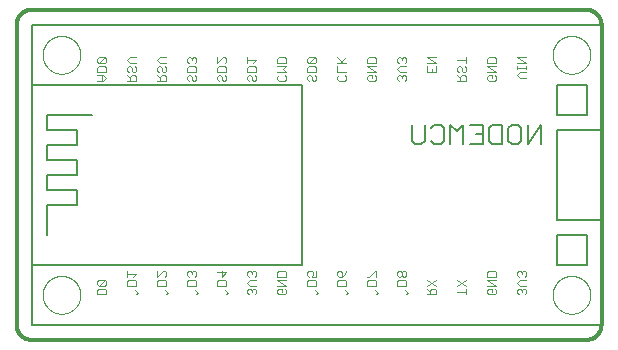
<source format=gbo>
G75*
%MOIN*%
%OFA0B0*%
%FSLAX25Y25*%
%IPPOS*%
%LPD*%
%AMOC8*
5,1,8,0,0,1.08239X$1,22.5*
%
%ADD10C,0.01200*%
%ADD11C,0.00800*%
%ADD12C,0.00000*%
%ADD13C,0.00300*%
%ADD14C,0.00600*%
D10*
X0032600Y0017600D02*
X0217600Y0017600D01*
X0217740Y0017602D01*
X0217880Y0017608D01*
X0218020Y0017618D01*
X0218160Y0017631D01*
X0218299Y0017649D01*
X0218438Y0017671D01*
X0218575Y0017696D01*
X0218713Y0017725D01*
X0218849Y0017758D01*
X0218984Y0017795D01*
X0219118Y0017836D01*
X0219251Y0017881D01*
X0219383Y0017929D01*
X0219513Y0017981D01*
X0219642Y0018036D01*
X0219769Y0018095D01*
X0219895Y0018158D01*
X0220019Y0018224D01*
X0220140Y0018293D01*
X0220260Y0018366D01*
X0220378Y0018443D01*
X0220493Y0018522D01*
X0220607Y0018605D01*
X0220717Y0018691D01*
X0220826Y0018780D01*
X0220932Y0018872D01*
X0221035Y0018967D01*
X0221136Y0019064D01*
X0221233Y0019165D01*
X0221328Y0019268D01*
X0221420Y0019374D01*
X0221509Y0019483D01*
X0221595Y0019593D01*
X0221678Y0019707D01*
X0221757Y0019822D01*
X0221834Y0019940D01*
X0221907Y0020060D01*
X0221976Y0020181D01*
X0222042Y0020305D01*
X0222105Y0020431D01*
X0222164Y0020558D01*
X0222219Y0020687D01*
X0222271Y0020817D01*
X0222319Y0020949D01*
X0222364Y0021082D01*
X0222405Y0021216D01*
X0222442Y0021351D01*
X0222475Y0021487D01*
X0222504Y0021625D01*
X0222529Y0021762D01*
X0222551Y0021901D01*
X0222569Y0022040D01*
X0222582Y0022180D01*
X0222592Y0022320D01*
X0222598Y0022460D01*
X0222600Y0022600D01*
X0222600Y0122600D01*
X0222598Y0122740D01*
X0222592Y0122880D01*
X0222582Y0123020D01*
X0222569Y0123160D01*
X0222551Y0123299D01*
X0222529Y0123438D01*
X0222504Y0123575D01*
X0222475Y0123713D01*
X0222442Y0123849D01*
X0222405Y0123984D01*
X0222364Y0124118D01*
X0222319Y0124251D01*
X0222271Y0124383D01*
X0222219Y0124513D01*
X0222164Y0124642D01*
X0222105Y0124769D01*
X0222042Y0124895D01*
X0221976Y0125019D01*
X0221907Y0125140D01*
X0221834Y0125260D01*
X0221757Y0125378D01*
X0221678Y0125493D01*
X0221595Y0125607D01*
X0221509Y0125717D01*
X0221420Y0125826D01*
X0221328Y0125932D01*
X0221233Y0126035D01*
X0221136Y0126136D01*
X0221035Y0126233D01*
X0220932Y0126328D01*
X0220826Y0126420D01*
X0220717Y0126509D01*
X0220607Y0126595D01*
X0220493Y0126678D01*
X0220378Y0126757D01*
X0220260Y0126834D01*
X0220140Y0126907D01*
X0220019Y0126976D01*
X0219895Y0127042D01*
X0219769Y0127105D01*
X0219642Y0127164D01*
X0219513Y0127219D01*
X0219383Y0127271D01*
X0219251Y0127319D01*
X0219118Y0127364D01*
X0218984Y0127405D01*
X0218849Y0127442D01*
X0218713Y0127475D01*
X0218575Y0127504D01*
X0218438Y0127529D01*
X0218299Y0127551D01*
X0218160Y0127569D01*
X0218020Y0127582D01*
X0217880Y0127592D01*
X0217740Y0127598D01*
X0217600Y0127600D01*
X0032600Y0127600D01*
X0032460Y0127598D01*
X0032320Y0127592D01*
X0032180Y0127582D01*
X0032040Y0127569D01*
X0031901Y0127551D01*
X0031762Y0127529D01*
X0031625Y0127504D01*
X0031487Y0127475D01*
X0031351Y0127442D01*
X0031216Y0127405D01*
X0031082Y0127364D01*
X0030949Y0127319D01*
X0030817Y0127271D01*
X0030687Y0127219D01*
X0030558Y0127164D01*
X0030431Y0127105D01*
X0030305Y0127042D01*
X0030181Y0126976D01*
X0030060Y0126907D01*
X0029940Y0126834D01*
X0029822Y0126757D01*
X0029707Y0126678D01*
X0029593Y0126595D01*
X0029483Y0126509D01*
X0029374Y0126420D01*
X0029268Y0126328D01*
X0029165Y0126233D01*
X0029064Y0126136D01*
X0028967Y0126035D01*
X0028872Y0125932D01*
X0028780Y0125826D01*
X0028691Y0125717D01*
X0028605Y0125607D01*
X0028522Y0125493D01*
X0028443Y0125378D01*
X0028366Y0125260D01*
X0028293Y0125140D01*
X0028224Y0125019D01*
X0028158Y0124895D01*
X0028095Y0124769D01*
X0028036Y0124642D01*
X0027981Y0124513D01*
X0027929Y0124383D01*
X0027881Y0124251D01*
X0027836Y0124118D01*
X0027795Y0123984D01*
X0027758Y0123849D01*
X0027725Y0123713D01*
X0027696Y0123575D01*
X0027671Y0123438D01*
X0027649Y0123299D01*
X0027631Y0123160D01*
X0027618Y0123020D01*
X0027608Y0122880D01*
X0027602Y0122740D01*
X0027600Y0122600D01*
X0027600Y0022600D01*
X0027602Y0022460D01*
X0027608Y0022320D01*
X0027618Y0022180D01*
X0027631Y0022040D01*
X0027649Y0021901D01*
X0027671Y0021762D01*
X0027696Y0021625D01*
X0027725Y0021487D01*
X0027758Y0021351D01*
X0027795Y0021216D01*
X0027836Y0021082D01*
X0027881Y0020949D01*
X0027929Y0020817D01*
X0027981Y0020687D01*
X0028036Y0020558D01*
X0028095Y0020431D01*
X0028158Y0020305D01*
X0028224Y0020181D01*
X0028293Y0020060D01*
X0028366Y0019940D01*
X0028443Y0019822D01*
X0028522Y0019707D01*
X0028605Y0019593D01*
X0028691Y0019483D01*
X0028780Y0019374D01*
X0028872Y0019268D01*
X0028967Y0019165D01*
X0029064Y0019064D01*
X0029165Y0018967D01*
X0029268Y0018872D01*
X0029374Y0018780D01*
X0029483Y0018691D01*
X0029593Y0018605D01*
X0029707Y0018522D01*
X0029822Y0018443D01*
X0029940Y0018366D01*
X0030060Y0018293D01*
X0030181Y0018224D01*
X0030305Y0018158D01*
X0030431Y0018095D01*
X0030558Y0018036D01*
X0030687Y0017981D01*
X0030817Y0017929D01*
X0030949Y0017881D01*
X0031082Y0017836D01*
X0031216Y0017795D01*
X0031351Y0017758D01*
X0031487Y0017725D01*
X0031625Y0017696D01*
X0031762Y0017671D01*
X0031901Y0017649D01*
X0032040Y0017631D01*
X0032180Y0017618D01*
X0032320Y0017608D01*
X0032460Y0017602D01*
X0032600Y0017600D01*
D11*
X0032600Y0022600D02*
X0222600Y0022600D01*
X0222600Y0057600D01*
X0207600Y0057600D01*
X0207600Y0087600D01*
X0222600Y0087600D01*
X0222600Y0057600D01*
X0217600Y0052600D02*
X0217600Y0042600D01*
X0207600Y0042600D01*
X0207600Y0052600D01*
X0217600Y0052600D01*
X0222600Y0087600D02*
X0222600Y0122600D01*
X0032600Y0122600D01*
X0032600Y0102600D01*
X0122600Y0102600D01*
X0122600Y0042600D01*
X0032600Y0042600D01*
X0032600Y0022600D01*
X0032600Y0042600D02*
X0032600Y0102600D01*
X0037600Y0092600D02*
X0037600Y0087600D01*
X0047600Y0087600D01*
X0047600Y0082600D01*
X0037600Y0082600D01*
X0037600Y0077600D01*
X0047600Y0077600D01*
X0047600Y0072600D01*
X0037600Y0072600D01*
X0037600Y0067600D01*
X0047600Y0067600D01*
X0047600Y0062600D01*
X0037600Y0062600D01*
X0037600Y0052600D01*
X0037600Y0092600D02*
X0052600Y0092600D01*
X0207600Y0092600D02*
X0217600Y0092600D01*
X0217600Y0102600D01*
X0207600Y0102600D01*
X0207600Y0092600D01*
D12*
X0206301Y0112600D02*
X0206303Y0112758D01*
X0206309Y0112916D01*
X0206319Y0113074D01*
X0206333Y0113232D01*
X0206351Y0113389D01*
X0206372Y0113546D01*
X0206398Y0113702D01*
X0206428Y0113858D01*
X0206461Y0114013D01*
X0206499Y0114166D01*
X0206540Y0114319D01*
X0206585Y0114471D01*
X0206634Y0114622D01*
X0206687Y0114771D01*
X0206743Y0114919D01*
X0206803Y0115065D01*
X0206867Y0115210D01*
X0206935Y0115353D01*
X0207006Y0115495D01*
X0207080Y0115635D01*
X0207158Y0115772D01*
X0207240Y0115908D01*
X0207324Y0116042D01*
X0207413Y0116173D01*
X0207504Y0116302D01*
X0207599Y0116429D01*
X0207696Y0116554D01*
X0207797Y0116676D01*
X0207901Y0116795D01*
X0208008Y0116912D01*
X0208118Y0117026D01*
X0208231Y0117137D01*
X0208346Y0117246D01*
X0208464Y0117351D01*
X0208585Y0117453D01*
X0208708Y0117553D01*
X0208834Y0117649D01*
X0208962Y0117742D01*
X0209092Y0117832D01*
X0209225Y0117918D01*
X0209360Y0118002D01*
X0209496Y0118081D01*
X0209635Y0118158D01*
X0209776Y0118230D01*
X0209918Y0118300D01*
X0210062Y0118365D01*
X0210208Y0118427D01*
X0210355Y0118485D01*
X0210504Y0118540D01*
X0210654Y0118591D01*
X0210805Y0118638D01*
X0210957Y0118681D01*
X0211110Y0118720D01*
X0211265Y0118756D01*
X0211420Y0118787D01*
X0211576Y0118815D01*
X0211732Y0118839D01*
X0211889Y0118859D01*
X0212047Y0118875D01*
X0212204Y0118887D01*
X0212363Y0118895D01*
X0212521Y0118899D01*
X0212679Y0118899D01*
X0212837Y0118895D01*
X0212996Y0118887D01*
X0213153Y0118875D01*
X0213311Y0118859D01*
X0213468Y0118839D01*
X0213624Y0118815D01*
X0213780Y0118787D01*
X0213935Y0118756D01*
X0214090Y0118720D01*
X0214243Y0118681D01*
X0214395Y0118638D01*
X0214546Y0118591D01*
X0214696Y0118540D01*
X0214845Y0118485D01*
X0214992Y0118427D01*
X0215138Y0118365D01*
X0215282Y0118300D01*
X0215424Y0118230D01*
X0215565Y0118158D01*
X0215704Y0118081D01*
X0215840Y0118002D01*
X0215975Y0117918D01*
X0216108Y0117832D01*
X0216238Y0117742D01*
X0216366Y0117649D01*
X0216492Y0117553D01*
X0216615Y0117453D01*
X0216736Y0117351D01*
X0216854Y0117246D01*
X0216969Y0117137D01*
X0217082Y0117026D01*
X0217192Y0116912D01*
X0217299Y0116795D01*
X0217403Y0116676D01*
X0217504Y0116554D01*
X0217601Y0116429D01*
X0217696Y0116302D01*
X0217787Y0116173D01*
X0217876Y0116042D01*
X0217960Y0115908D01*
X0218042Y0115772D01*
X0218120Y0115635D01*
X0218194Y0115495D01*
X0218265Y0115353D01*
X0218333Y0115210D01*
X0218397Y0115065D01*
X0218457Y0114919D01*
X0218513Y0114771D01*
X0218566Y0114622D01*
X0218615Y0114471D01*
X0218660Y0114319D01*
X0218701Y0114166D01*
X0218739Y0114013D01*
X0218772Y0113858D01*
X0218802Y0113702D01*
X0218828Y0113546D01*
X0218849Y0113389D01*
X0218867Y0113232D01*
X0218881Y0113074D01*
X0218891Y0112916D01*
X0218897Y0112758D01*
X0218899Y0112600D01*
X0218897Y0112442D01*
X0218891Y0112284D01*
X0218881Y0112126D01*
X0218867Y0111968D01*
X0218849Y0111811D01*
X0218828Y0111654D01*
X0218802Y0111498D01*
X0218772Y0111342D01*
X0218739Y0111187D01*
X0218701Y0111034D01*
X0218660Y0110881D01*
X0218615Y0110729D01*
X0218566Y0110578D01*
X0218513Y0110429D01*
X0218457Y0110281D01*
X0218397Y0110135D01*
X0218333Y0109990D01*
X0218265Y0109847D01*
X0218194Y0109705D01*
X0218120Y0109565D01*
X0218042Y0109428D01*
X0217960Y0109292D01*
X0217876Y0109158D01*
X0217787Y0109027D01*
X0217696Y0108898D01*
X0217601Y0108771D01*
X0217504Y0108646D01*
X0217403Y0108524D01*
X0217299Y0108405D01*
X0217192Y0108288D01*
X0217082Y0108174D01*
X0216969Y0108063D01*
X0216854Y0107954D01*
X0216736Y0107849D01*
X0216615Y0107747D01*
X0216492Y0107647D01*
X0216366Y0107551D01*
X0216238Y0107458D01*
X0216108Y0107368D01*
X0215975Y0107282D01*
X0215840Y0107198D01*
X0215704Y0107119D01*
X0215565Y0107042D01*
X0215424Y0106970D01*
X0215282Y0106900D01*
X0215138Y0106835D01*
X0214992Y0106773D01*
X0214845Y0106715D01*
X0214696Y0106660D01*
X0214546Y0106609D01*
X0214395Y0106562D01*
X0214243Y0106519D01*
X0214090Y0106480D01*
X0213935Y0106444D01*
X0213780Y0106413D01*
X0213624Y0106385D01*
X0213468Y0106361D01*
X0213311Y0106341D01*
X0213153Y0106325D01*
X0212996Y0106313D01*
X0212837Y0106305D01*
X0212679Y0106301D01*
X0212521Y0106301D01*
X0212363Y0106305D01*
X0212204Y0106313D01*
X0212047Y0106325D01*
X0211889Y0106341D01*
X0211732Y0106361D01*
X0211576Y0106385D01*
X0211420Y0106413D01*
X0211265Y0106444D01*
X0211110Y0106480D01*
X0210957Y0106519D01*
X0210805Y0106562D01*
X0210654Y0106609D01*
X0210504Y0106660D01*
X0210355Y0106715D01*
X0210208Y0106773D01*
X0210062Y0106835D01*
X0209918Y0106900D01*
X0209776Y0106970D01*
X0209635Y0107042D01*
X0209496Y0107119D01*
X0209360Y0107198D01*
X0209225Y0107282D01*
X0209092Y0107368D01*
X0208962Y0107458D01*
X0208834Y0107551D01*
X0208708Y0107647D01*
X0208585Y0107747D01*
X0208464Y0107849D01*
X0208346Y0107954D01*
X0208231Y0108063D01*
X0208118Y0108174D01*
X0208008Y0108288D01*
X0207901Y0108405D01*
X0207797Y0108524D01*
X0207696Y0108646D01*
X0207599Y0108771D01*
X0207504Y0108898D01*
X0207413Y0109027D01*
X0207324Y0109158D01*
X0207240Y0109292D01*
X0207158Y0109428D01*
X0207080Y0109565D01*
X0207006Y0109705D01*
X0206935Y0109847D01*
X0206867Y0109990D01*
X0206803Y0110135D01*
X0206743Y0110281D01*
X0206687Y0110429D01*
X0206634Y0110578D01*
X0206585Y0110729D01*
X0206540Y0110881D01*
X0206499Y0111034D01*
X0206461Y0111187D01*
X0206428Y0111342D01*
X0206398Y0111498D01*
X0206372Y0111654D01*
X0206351Y0111811D01*
X0206333Y0111968D01*
X0206319Y0112126D01*
X0206309Y0112284D01*
X0206303Y0112442D01*
X0206301Y0112600D01*
X0206301Y0032600D02*
X0206303Y0032758D01*
X0206309Y0032916D01*
X0206319Y0033074D01*
X0206333Y0033232D01*
X0206351Y0033389D01*
X0206372Y0033546D01*
X0206398Y0033702D01*
X0206428Y0033858D01*
X0206461Y0034013D01*
X0206499Y0034166D01*
X0206540Y0034319D01*
X0206585Y0034471D01*
X0206634Y0034622D01*
X0206687Y0034771D01*
X0206743Y0034919D01*
X0206803Y0035065D01*
X0206867Y0035210D01*
X0206935Y0035353D01*
X0207006Y0035495D01*
X0207080Y0035635D01*
X0207158Y0035772D01*
X0207240Y0035908D01*
X0207324Y0036042D01*
X0207413Y0036173D01*
X0207504Y0036302D01*
X0207599Y0036429D01*
X0207696Y0036554D01*
X0207797Y0036676D01*
X0207901Y0036795D01*
X0208008Y0036912D01*
X0208118Y0037026D01*
X0208231Y0037137D01*
X0208346Y0037246D01*
X0208464Y0037351D01*
X0208585Y0037453D01*
X0208708Y0037553D01*
X0208834Y0037649D01*
X0208962Y0037742D01*
X0209092Y0037832D01*
X0209225Y0037918D01*
X0209360Y0038002D01*
X0209496Y0038081D01*
X0209635Y0038158D01*
X0209776Y0038230D01*
X0209918Y0038300D01*
X0210062Y0038365D01*
X0210208Y0038427D01*
X0210355Y0038485D01*
X0210504Y0038540D01*
X0210654Y0038591D01*
X0210805Y0038638D01*
X0210957Y0038681D01*
X0211110Y0038720D01*
X0211265Y0038756D01*
X0211420Y0038787D01*
X0211576Y0038815D01*
X0211732Y0038839D01*
X0211889Y0038859D01*
X0212047Y0038875D01*
X0212204Y0038887D01*
X0212363Y0038895D01*
X0212521Y0038899D01*
X0212679Y0038899D01*
X0212837Y0038895D01*
X0212996Y0038887D01*
X0213153Y0038875D01*
X0213311Y0038859D01*
X0213468Y0038839D01*
X0213624Y0038815D01*
X0213780Y0038787D01*
X0213935Y0038756D01*
X0214090Y0038720D01*
X0214243Y0038681D01*
X0214395Y0038638D01*
X0214546Y0038591D01*
X0214696Y0038540D01*
X0214845Y0038485D01*
X0214992Y0038427D01*
X0215138Y0038365D01*
X0215282Y0038300D01*
X0215424Y0038230D01*
X0215565Y0038158D01*
X0215704Y0038081D01*
X0215840Y0038002D01*
X0215975Y0037918D01*
X0216108Y0037832D01*
X0216238Y0037742D01*
X0216366Y0037649D01*
X0216492Y0037553D01*
X0216615Y0037453D01*
X0216736Y0037351D01*
X0216854Y0037246D01*
X0216969Y0037137D01*
X0217082Y0037026D01*
X0217192Y0036912D01*
X0217299Y0036795D01*
X0217403Y0036676D01*
X0217504Y0036554D01*
X0217601Y0036429D01*
X0217696Y0036302D01*
X0217787Y0036173D01*
X0217876Y0036042D01*
X0217960Y0035908D01*
X0218042Y0035772D01*
X0218120Y0035635D01*
X0218194Y0035495D01*
X0218265Y0035353D01*
X0218333Y0035210D01*
X0218397Y0035065D01*
X0218457Y0034919D01*
X0218513Y0034771D01*
X0218566Y0034622D01*
X0218615Y0034471D01*
X0218660Y0034319D01*
X0218701Y0034166D01*
X0218739Y0034013D01*
X0218772Y0033858D01*
X0218802Y0033702D01*
X0218828Y0033546D01*
X0218849Y0033389D01*
X0218867Y0033232D01*
X0218881Y0033074D01*
X0218891Y0032916D01*
X0218897Y0032758D01*
X0218899Y0032600D01*
X0218897Y0032442D01*
X0218891Y0032284D01*
X0218881Y0032126D01*
X0218867Y0031968D01*
X0218849Y0031811D01*
X0218828Y0031654D01*
X0218802Y0031498D01*
X0218772Y0031342D01*
X0218739Y0031187D01*
X0218701Y0031034D01*
X0218660Y0030881D01*
X0218615Y0030729D01*
X0218566Y0030578D01*
X0218513Y0030429D01*
X0218457Y0030281D01*
X0218397Y0030135D01*
X0218333Y0029990D01*
X0218265Y0029847D01*
X0218194Y0029705D01*
X0218120Y0029565D01*
X0218042Y0029428D01*
X0217960Y0029292D01*
X0217876Y0029158D01*
X0217787Y0029027D01*
X0217696Y0028898D01*
X0217601Y0028771D01*
X0217504Y0028646D01*
X0217403Y0028524D01*
X0217299Y0028405D01*
X0217192Y0028288D01*
X0217082Y0028174D01*
X0216969Y0028063D01*
X0216854Y0027954D01*
X0216736Y0027849D01*
X0216615Y0027747D01*
X0216492Y0027647D01*
X0216366Y0027551D01*
X0216238Y0027458D01*
X0216108Y0027368D01*
X0215975Y0027282D01*
X0215840Y0027198D01*
X0215704Y0027119D01*
X0215565Y0027042D01*
X0215424Y0026970D01*
X0215282Y0026900D01*
X0215138Y0026835D01*
X0214992Y0026773D01*
X0214845Y0026715D01*
X0214696Y0026660D01*
X0214546Y0026609D01*
X0214395Y0026562D01*
X0214243Y0026519D01*
X0214090Y0026480D01*
X0213935Y0026444D01*
X0213780Y0026413D01*
X0213624Y0026385D01*
X0213468Y0026361D01*
X0213311Y0026341D01*
X0213153Y0026325D01*
X0212996Y0026313D01*
X0212837Y0026305D01*
X0212679Y0026301D01*
X0212521Y0026301D01*
X0212363Y0026305D01*
X0212204Y0026313D01*
X0212047Y0026325D01*
X0211889Y0026341D01*
X0211732Y0026361D01*
X0211576Y0026385D01*
X0211420Y0026413D01*
X0211265Y0026444D01*
X0211110Y0026480D01*
X0210957Y0026519D01*
X0210805Y0026562D01*
X0210654Y0026609D01*
X0210504Y0026660D01*
X0210355Y0026715D01*
X0210208Y0026773D01*
X0210062Y0026835D01*
X0209918Y0026900D01*
X0209776Y0026970D01*
X0209635Y0027042D01*
X0209496Y0027119D01*
X0209360Y0027198D01*
X0209225Y0027282D01*
X0209092Y0027368D01*
X0208962Y0027458D01*
X0208834Y0027551D01*
X0208708Y0027647D01*
X0208585Y0027747D01*
X0208464Y0027849D01*
X0208346Y0027954D01*
X0208231Y0028063D01*
X0208118Y0028174D01*
X0208008Y0028288D01*
X0207901Y0028405D01*
X0207797Y0028524D01*
X0207696Y0028646D01*
X0207599Y0028771D01*
X0207504Y0028898D01*
X0207413Y0029027D01*
X0207324Y0029158D01*
X0207240Y0029292D01*
X0207158Y0029428D01*
X0207080Y0029565D01*
X0207006Y0029705D01*
X0206935Y0029847D01*
X0206867Y0029990D01*
X0206803Y0030135D01*
X0206743Y0030281D01*
X0206687Y0030429D01*
X0206634Y0030578D01*
X0206585Y0030729D01*
X0206540Y0030881D01*
X0206499Y0031034D01*
X0206461Y0031187D01*
X0206428Y0031342D01*
X0206398Y0031498D01*
X0206372Y0031654D01*
X0206351Y0031811D01*
X0206333Y0031968D01*
X0206319Y0032126D01*
X0206309Y0032284D01*
X0206303Y0032442D01*
X0206301Y0032600D01*
X0036301Y0032600D02*
X0036303Y0032758D01*
X0036309Y0032916D01*
X0036319Y0033074D01*
X0036333Y0033232D01*
X0036351Y0033389D01*
X0036372Y0033546D01*
X0036398Y0033702D01*
X0036428Y0033858D01*
X0036461Y0034013D01*
X0036499Y0034166D01*
X0036540Y0034319D01*
X0036585Y0034471D01*
X0036634Y0034622D01*
X0036687Y0034771D01*
X0036743Y0034919D01*
X0036803Y0035065D01*
X0036867Y0035210D01*
X0036935Y0035353D01*
X0037006Y0035495D01*
X0037080Y0035635D01*
X0037158Y0035772D01*
X0037240Y0035908D01*
X0037324Y0036042D01*
X0037413Y0036173D01*
X0037504Y0036302D01*
X0037599Y0036429D01*
X0037696Y0036554D01*
X0037797Y0036676D01*
X0037901Y0036795D01*
X0038008Y0036912D01*
X0038118Y0037026D01*
X0038231Y0037137D01*
X0038346Y0037246D01*
X0038464Y0037351D01*
X0038585Y0037453D01*
X0038708Y0037553D01*
X0038834Y0037649D01*
X0038962Y0037742D01*
X0039092Y0037832D01*
X0039225Y0037918D01*
X0039360Y0038002D01*
X0039496Y0038081D01*
X0039635Y0038158D01*
X0039776Y0038230D01*
X0039918Y0038300D01*
X0040062Y0038365D01*
X0040208Y0038427D01*
X0040355Y0038485D01*
X0040504Y0038540D01*
X0040654Y0038591D01*
X0040805Y0038638D01*
X0040957Y0038681D01*
X0041110Y0038720D01*
X0041265Y0038756D01*
X0041420Y0038787D01*
X0041576Y0038815D01*
X0041732Y0038839D01*
X0041889Y0038859D01*
X0042047Y0038875D01*
X0042204Y0038887D01*
X0042363Y0038895D01*
X0042521Y0038899D01*
X0042679Y0038899D01*
X0042837Y0038895D01*
X0042996Y0038887D01*
X0043153Y0038875D01*
X0043311Y0038859D01*
X0043468Y0038839D01*
X0043624Y0038815D01*
X0043780Y0038787D01*
X0043935Y0038756D01*
X0044090Y0038720D01*
X0044243Y0038681D01*
X0044395Y0038638D01*
X0044546Y0038591D01*
X0044696Y0038540D01*
X0044845Y0038485D01*
X0044992Y0038427D01*
X0045138Y0038365D01*
X0045282Y0038300D01*
X0045424Y0038230D01*
X0045565Y0038158D01*
X0045704Y0038081D01*
X0045840Y0038002D01*
X0045975Y0037918D01*
X0046108Y0037832D01*
X0046238Y0037742D01*
X0046366Y0037649D01*
X0046492Y0037553D01*
X0046615Y0037453D01*
X0046736Y0037351D01*
X0046854Y0037246D01*
X0046969Y0037137D01*
X0047082Y0037026D01*
X0047192Y0036912D01*
X0047299Y0036795D01*
X0047403Y0036676D01*
X0047504Y0036554D01*
X0047601Y0036429D01*
X0047696Y0036302D01*
X0047787Y0036173D01*
X0047876Y0036042D01*
X0047960Y0035908D01*
X0048042Y0035772D01*
X0048120Y0035635D01*
X0048194Y0035495D01*
X0048265Y0035353D01*
X0048333Y0035210D01*
X0048397Y0035065D01*
X0048457Y0034919D01*
X0048513Y0034771D01*
X0048566Y0034622D01*
X0048615Y0034471D01*
X0048660Y0034319D01*
X0048701Y0034166D01*
X0048739Y0034013D01*
X0048772Y0033858D01*
X0048802Y0033702D01*
X0048828Y0033546D01*
X0048849Y0033389D01*
X0048867Y0033232D01*
X0048881Y0033074D01*
X0048891Y0032916D01*
X0048897Y0032758D01*
X0048899Y0032600D01*
X0048897Y0032442D01*
X0048891Y0032284D01*
X0048881Y0032126D01*
X0048867Y0031968D01*
X0048849Y0031811D01*
X0048828Y0031654D01*
X0048802Y0031498D01*
X0048772Y0031342D01*
X0048739Y0031187D01*
X0048701Y0031034D01*
X0048660Y0030881D01*
X0048615Y0030729D01*
X0048566Y0030578D01*
X0048513Y0030429D01*
X0048457Y0030281D01*
X0048397Y0030135D01*
X0048333Y0029990D01*
X0048265Y0029847D01*
X0048194Y0029705D01*
X0048120Y0029565D01*
X0048042Y0029428D01*
X0047960Y0029292D01*
X0047876Y0029158D01*
X0047787Y0029027D01*
X0047696Y0028898D01*
X0047601Y0028771D01*
X0047504Y0028646D01*
X0047403Y0028524D01*
X0047299Y0028405D01*
X0047192Y0028288D01*
X0047082Y0028174D01*
X0046969Y0028063D01*
X0046854Y0027954D01*
X0046736Y0027849D01*
X0046615Y0027747D01*
X0046492Y0027647D01*
X0046366Y0027551D01*
X0046238Y0027458D01*
X0046108Y0027368D01*
X0045975Y0027282D01*
X0045840Y0027198D01*
X0045704Y0027119D01*
X0045565Y0027042D01*
X0045424Y0026970D01*
X0045282Y0026900D01*
X0045138Y0026835D01*
X0044992Y0026773D01*
X0044845Y0026715D01*
X0044696Y0026660D01*
X0044546Y0026609D01*
X0044395Y0026562D01*
X0044243Y0026519D01*
X0044090Y0026480D01*
X0043935Y0026444D01*
X0043780Y0026413D01*
X0043624Y0026385D01*
X0043468Y0026361D01*
X0043311Y0026341D01*
X0043153Y0026325D01*
X0042996Y0026313D01*
X0042837Y0026305D01*
X0042679Y0026301D01*
X0042521Y0026301D01*
X0042363Y0026305D01*
X0042204Y0026313D01*
X0042047Y0026325D01*
X0041889Y0026341D01*
X0041732Y0026361D01*
X0041576Y0026385D01*
X0041420Y0026413D01*
X0041265Y0026444D01*
X0041110Y0026480D01*
X0040957Y0026519D01*
X0040805Y0026562D01*
X0040654Y0026609D01*
X0040504Y0026660D01*
X0040355Y0026715D01*
X0040208Y0026773D01*
X0040062Y0026835D01*
X0039918Y0026900D01*
X0039776Y0026970D01*
X0039635Y0027042D01*
X0039496Y0027119D01*
X0039360Y0027198D01*
X0039225Y0027282D01*
X0039092Y0027368D01*
X0038962Y0027458D01*
X0038834Y0027551D01*
X0038708Y0027647D01*
X0038585Y0027747D01*
X0038464Y0027849D01*
X0038346Y0027954D01*
X0038231Y0028063D01*
X0038118Y0028174D01*
X0038008Y0028288D01*
X0037901Y0028405D01*
X0037797Y0028524D01*
X0037696Y0028646D01*
X0037599Y0028771D01*
X0037504Y0028898D01*
X0037413Y0029027D01*
X0037324Y0029158D01*
X0037240Y0029292D01*
X0037158Y0029428D01*
X0037080Y0029565D01*
X0037006Y0029705D01*
X0036935Y0029847D01*
X0036867Y0029990D01*
X0036803Y0030135D01*
X0036743Y0030281D01*
X0036687Y0030429D01*
X0036634Y0030578D01*
X0036585Y0030729D01*
X0036540Y0030881D01*
X0036499Y0031034D01*
X0036461Y0031187D01*
X0036428Y0031342D01*
X0036398Y0031498D01*
X0036372Y0031654D01*
X0036351Y0031811D01*
X0036333Y0031968D01*
X0036319Y0032126D01*
X0036309Y0032284D01*
X0036303Y0032442D01*
X0036301Y0032600D01*
X0036301Y0112600D02*
X0036303Y0112758D01*
X0036309Y0112916D01*
X0036319Y0113074D01*
X0036333Y0113232D01*
X0036351Y0113389D01*
X0036372Y0113546D01*
X0036398Y0113702D01*
X0036428Y0113858D01*
X0036461Y0114013D01*
X0036499Y0114166D01*
X0036540Y0114319D01*
X0036585Y0114471D01*
X0036634Y0114622D01*
X0036687Y0114771D01*
X0036743Y0114919D01*
X0036803Y0115065D01*
X0036867Y0115210D01*
X0036935Y0115353D01*
X0037006Y0115495D01*
X0037080Y0115635D01*
X0037158Y0115772D01*
X0037240Y0115908D01*
X0037324Y0116042D01*
X0037413Y0116173D01*
X0037504Y0116302D01*
X0037599Y0116429D01*
X0037696Y0116554D01*
X0037797Y0116676D01*
X0037901Y0116795D01*
X0038008Y0116912D01*
X0038118Y0117026D01*
X0038231Y0117137D01*
X0038346Y0117246D01*
X0038464Y0117351D01*
X0038585Y0117453D01*
X0038708Y0117553D01*
X0038834Y0117649D01*
X0038962Y0117742D01*
X0039092Y0117832D01*
X0039225Y0117918D01*
X0039360Y0118002D01*
X0039496Y0118081D01*
X0039635Y0118158D01*
X0039776Y0118230D01*
X0039918Y0118300D01*
X0040062Y0118365D01*
X0040208Y0118427D01*
X0040355Y0118485D01*
X0040504Y0118540D01*
X0040654Y0118591D01*
X0040805Y0118638D01*
X0040957Y0118681D01*
X0041110Y0118720D01*
X0041265Y0118756D01*
X0041420Y0118787D01*
X0041576Y0118815D01*
X0041732Y0118839D01*
X0041889Y0118859D01*
X0042047Y0118875D01*
X0042204Y0118887D01*
X0042363Y0118895D01*
X0042521Y0118899D01*
X0042679Y0118899D01*
X0042837Y0118895D01*
X0042996Y0118887D01*
X0043153Y0118875D01*
X0043311Y0118859D01*
X0043468Y0118839D01*
X0043624Y0118815D01*
X0043780Y0118787D01*
X0043935Y0118756D01*
X0044090Y0118720D01*
X0044243Y0118681D01*
X0044395Y0118638D01*
X0044546Y0118591D01*
X0044696Y0118540D01*
X0044845Y0118485D01*
X0044992Y0118427D01*
X0045138Y0118365D01*
X0045282Y0118300D01*
X0045424Y0118230D01*
X0045565Y0118158D01*
X0045704Y0118081D01*
X0045840Y0118002D01*
X0045975Y0117918D01*
X0046108Y0117832D01*
X0046238Y0117742D01*
X0046366Y0117649D01*
X0046492Y0117553D01*
X0046615Y0117453D01*
X0046736Y0117351D01*
X0046854Y0117246D01*
X0046969Y0117137D01*
X0047082Y0117026D01*
X0047192Y0116912D01*
X0047299Y0116795D01*
X0047403Y0116676D01*
X0047504Y0116554D01*
X0047601Y0116429D01*
X0047696Y0116302D01*
X0047787Y0116173D01*
X0047876Y0116042D01*
X0047960Y0115908D01*
X0048042Y0115772D01*
X0048120Y0115635D01*
X0048194Y0115495D01*
X0048265Y0115353D01*
X0048333Y0115210D01*
X0048397Y0115065D01*
X0048457Y0114919D01*
X0048513Y0114771D01*
X0048566Y0114622D01*
X0048615Y0114471D01*
X0048660Y0114319D01*
X0048701Y0114166D01*
X0048739Y0114013D01*
X0048772Y0113858D01*
X0048802Y0113702D01*
X0048828Y0113546D01*
X0048849Y0113389D01*
X0048867Y0113232D01*
X0048881Y0113074D01*
X0048891Y0112916D01*
X0048897Y0112758D01*
X0048899Y0112600D01*
X0048897Y0112442D01*
X0048891Y0112284D01*
X0048881Y0112126D01*
X0048867Y0111968D01*
X0048849Y0111811D01*
X0048828Y0111654D01*
X0048802Y0111498D01*
X0048772Y0111342D01*
X0048739Y0111187D01*
X0048701Y0111034D01*
X0048660Y0110881D01*
X0048615Y0110729D01*
X0048566Y0110578D01*
X0048513Y0110429D01*
X0048457Y0110281D01*
X0048397Y0110135D01*
X0048333Y0109990D01*
X0048265Y0109847D01*
X0048194Y0109705D01*
X0048120Y0109565D01*
X0048042Y0109428D01*
X0047960Y0109292D01*
X0047876Y0109158D01*
X0047787Y0109027D01*
X0047696Y0108898D01*
X0047601Y0108771D01*
X0047504Y0108646D01*
X0047403Y0108524D01*
X0047299Y0108405D01*
X0047192Y0108288D01*
X0047082Y0108174D01*
X0046969Y0108063D01*
X0046854Y0107954D01*
X0046736Y0107849D01*
X0046615Y0107747D01*
X0046492Y0107647D01*
X0046366Y0107551D01*
X0046238Y0107458D01*
X0046108Y0107368D01*
X0045975Y0107282D01*
X0045840Y0107198D01*
X0045704Y0107119D01*
X0045565Y0107042D01*
X0045424Y0106970D01*
X0045282Y0106900D01*
X0045138Y0106835D01*
X0044992Y0106773D01*
X0044845Y0106715D01*
X0044696Y0106660D01*
X0044546Y0106609D01*
X0044395Y0106562D01*
X0044243Y0106519D01*
X0044090Y0106480D01*
X0043935Y0106444D01*
X0043780Y0106413D01*
X0043624Y0106385D01*
X0043468Y0106361D01*
X0043311Y0106341D01*
X0043153Y0106325D01*
X0042996Y0106313D01*
X0042837Y0106305D01*
X0042679Y0106301D01*
X0042521Y0106301D01*
X0042363Y0106305D01*
X0042204Y0106313D01*
X0042047Y0106325D01*
X0041889Y0106341D01*
X0041732Y0106361D01*
X0041576Y0106385D01*
X0041420Y0106413D01*
X0041265Y0106444D01*
X0041110Y0106480D01*
X0040957Y0106519D01*
X0040805Y0106562D01*
X0040654Y0106609D01*
X0040504Y0106660D01*
X0040355Y0106715D01*
X0040208Y0106773D01*
X0040062Y0106835D01*
X0039918Y0106900D01*
X0039776Y0106970D01*
X0039635Y0107042D01*
X0039496Y0107119D01*
X0039360Y0107198D01*
X0039225Y0107282D01*
X0039092Y0107368D01*
X0038962Y0107458D01*
X0038834Y0107551D01*
X0038708Y0107647D01*
X0038585Y0107747D01*
X0038464Y0107849D01*
X0038346Y0107954D01*
X0038231Y0108063D01*
X0038118Y0108174D01*
X0038008Y0108288D01*
X0037901Y0108405D01*
X0037797Y0108524D01*
X0037696Y0108646D01*
X0037599Y0108771D01*
X0037504Y0108898D01*
X0037413Y0109027D01*
X0037324Y0109158D01*
X0037240Y0109292D01*
X0037158Y0109428D01*
X0037080Y0109565D01*
X0037006Y0109705D01*
X0036935Y0109847D01*
X0036867Y0109990D01*
X0036803Y0110135D01*
X0036743Y0110281D01*
X0036687Y0110429D01*
X0036634Y0110578D01*
X0036585Y0110729D01*
X0036540Y0110881D01*
X0036499Y0111034D01*
X0036461Y0111187D01*
X0036428Y0111342D01*
X0036398Y0111498D01*
X0036372Y0111654D01*
X0036351Y0111811D01*
X0036333Y0111968D01*
X0036319Y0112126D01*
X0036309Y0112284D01*
X0036303Y0112442D01*
X0036301Y0112600D01*
D13*
X0054550Y0111255D02*
X0054550Y0110287D01*
X0055034Y0109803D01*
X0056969Y0111738D01*
X0055034Y0111738D01*
X0054550Y0111255D01*
X0055034Y0109803D02*
X0056969Y0109803D01*
X0057452Y0110287D01*
X0057452Y0111255D01*
X0056969Y0111738D01*
X0056969Y0108792D02*
X0055034Y0108792D01*
X0054550Y0108308D01*
X0054550Y0106857D01*
X0057452Y0106857D01*
X0057452Y0108308D01*
X0056969Y0108792D01*
X0056485Y0105845D02*
X0054550Y0105845D01*
X0056001Y0105845D02*
X0056001Y0103910D01*
X0056485Y0103910D02*
X0054550Y0103910D01*
X0056485Y0103910D02*
X0057452Y0104878D01*
X0056485Y0105845D01*
X0064550Y0105845D02*
X0065517Y0104878D01*
X0065517Y0105362D02*
X0065517Y0103910D01*
X0064550Y0103910D02*
X0067452Y0103910D01*
X0067452Y0105362D01*
X0066969Y0105845D01*
X0066001Y0105845D01*
X0065517Y0105362D01*
X0065034Y0106857D02*
X0064550Y0107341D01*
X0064550Y0108308D01*
X0065034Y0108792D01*
X0065517Y0108792D01*
X0066001Y0108308D01*
X0066001Y0107341D01*
X0066485Y0106857D01*
X0066969Y0106857D01*
X0067452Y0107341D01*
X0067452Y0108308D01*
X0066969Y0108792D01*
X0067452Y0109803D02*
X0065517Y0109803D01*
X0064550Y0110771D01*
X0065517Y0111738D01*
X0067452Y0111738D01*
X0074550Y0110771D02*
X0075517Y0109803D01*
X0077452Y0109803D01*
X0076969Y0108792D02*
X0077452Y0108308D01*
X0077452Y0107341D01*
X0076969Y0106857D01*
X0076485Y0106857D01*
X0076001Y0107341D01*
X0076001Y0108308D01*
X0075517Y0108792D01*
X0075034Y0108792D01*
X0074550Y0108308D01*
X0074550Y0107341D01*
X0075034Y0106857D01*
X0074550Y0105845D02*
X0075517Y0104878D01*
X0075517Y0105362D02*
X0075517Y0103910D01*
X0074550Y0103910D02*
X0077452Y0103910D01*
X0077452Y0105362D01*
X0076969Y0105845D01*
X0076001Y0105845D01*
X0075517Y0105362D01*
X0074550Y0110771D02*
X0075517Y0111738D01*
X0077452Y0111738D01*
X0084550Y0111255D02*
X0084550Y0110287D01*
X0085034Y0109803D01*
X0085034Y0108792D02*
X0086969Y0108792D01*
X0087452Y0108308D01*
X0087452Y0106857D01*
X0084550Y0106857D01*
X0084550Y0108308D01*
X0085034Y0108792D01*
X0086969Y0109803D02*
X0087452Y0110287D01*
X0087452Y0111255D01*
X0086969Y0111738D01*
X0086485Y0111738D01*
X0086001Y0111255D01*
X0085517Y0111738D01*
X0085034Y0111738D01*
X0084550Y0111255D01*
X0086001Y0111255D02*
X0086001Y0110771D01*
X0094550Y0109803D02*
X0096485Y0111738D01*
X0096969Y0111738D01*
X0097452Y0111255D01*
X0097452Y0110287D01*
X0096969Y0109803D01*
X0096969Y0108792D02*
X0095034Y0108792D01*
X0094550Y0108308D01*
X0094550Y0106857D01*
X0097452Y0106857D01*
X0097452Y0108308D01*
X0096969Y0108792D01*
X0094550Y0109803D02*
X0094550Y0111738D01*
X0095034Y0105845D02*
X0094550Y0105362D01*
X0094550Y0104394D01*
X0095034Y0103910D01*
X0096001Y0104394D02*
X0096001Y0105362D01*
X0095517Y0105845D01*
X0095034Y0105845D01*
X0096001Y0104394D02*
X0096485Y0103910D01*
X0096969Y0103910D01*
X0097452Y0104394D01*
X0097452Y0105362D01*
X0096969Y0105845D01*
X0104550Y0105362D02*
X0104550Y0104394D01*
X0105034Y0103910D01*
X0106001Y0104394D02*
X0106001Y0105362D01*
X0105517Y0105845D01*
X0105034Y0105845D01*
X0104550Y0105362D01*
X0104550Y0106857D02*
X0104550Y0108308D01*
X0105034Y0108792D01*
X0106969Y0108792D01*
X0107452Y0108308D01*
X0107452Y0106857D01*
X0104550Y0106857D01*
X0106969Y0105845D02*
X0107452Y0105362D01*
X0107452Y0104394D01*
X0106969Y0103910D01*
X0106485Y0103910D01*
X0106001Y0104394D01*
X0114550Y0104394D02*
X0114550Y0105362D01*
X0115034Y0105845D01*
X0114550Y0106857D02*
X0117452Y0106857D01*
X0116485Y0107824D01*
X0117452Y0108792D01*
X0114550Y0108792D01*
X0114550Y0109803D02*
X0114550Y0111255D01*
X0115034Y0111738D01*
X0116969Y0111738D01*
X0117452Y0111255D01*
X0117452Y0109803D01*
X0114550Y0109803D01*
X0116969Y0105845D02*
X0117452Y0105362D01*
X0117452Y0104394D01*
X0116969Y0103910D01*
X0115034Y0103910D01*
X0114550Y0104394D01*
X0107452Y0110771D02*
X0106485Y0109803D01*
X0107452Y0110771D02*
X0104550Y0110771D01*
X0104550Y0111738D02*
X0104550Y0109803D01*
X0087452Y0105362D02*
X0087452Y0104394D01*
X0086969Y0103910D01*
X0086485Y0103910D01*
X0086001Y0104394D01*
X0086001Y0105362D01*
X0085517Y0105845D01*
X0085034Y0105845D01*
X0084550Y0105362D01*
X0084550Y0104394D01*
X0085034Y0103910D01*
X0086969Y0105845D02*
X0087452Y0105362D01*
X0124550Y0105362D02*
X0124550Y0104394D01*
X0125034Y0103910D01*
X0126001Y0104394D02*
X0126001Y0105362D01*
X0125517Y0105845D01*
X0125034Y0105845D01*
X0124550Y0105362D01*
X0124550Y0106857D02*
X0124550Y0108308D01*
X0125034Y0108792D01*
X0126969Y0108792D01*
X0127452Y0108308D01*
X0127452Y0106857D01*
X0124550Y0106857D01*
X0126969Y0105845D02*
X0127452Y0105362D01*
X0127452Y0104394D01*
X0126969Y0103910D01*
X0126485Y0103910D01*
X0126001Y0104394D01*
X0134550Y0104394D02*
X0134550Y0105362D01*
X0135034Y0105845D01*
X0134550Y0106857D02*
X0134550Y0108792D01*
X0134550Y0109803D02*
X0137452Y0109803D01*
X0136001Y0110287D02*
X0134550Y0111738D01*
X0135517Y0109803D02*
X0137452Y0111738D01*
X0144550Y0111255D02*
X0144550Y0109803D01*
X0147452Y0109803D01*
X0147452Y0111255D01*
X0146969Y0111738D01*
X0145034Y0111738D01*
X0144550Y0111255D01*
X0144550Y0108792D02*
X0147452Y0108792D01*
X0147452Y0106857D02*
X0144550Y0108792D01*
X0144550Y0106857D02*
X0147452Y0106857D01*
X0146969Y0105845D02*
X0147452Y0105362D01*
X0147452Y0104394D01*
X0146969Y0103910D01*
X0145034Y0103910D01*
X0144550Y0104394D01*
X0144550Y0105362D01*
X0145034Y0105845D01*
X0146001Y0105845D01*
X0146001Y0104878D01*
X0137452Y0104394D02*
X0136969Y0103910D01*
X0135034Y0103910D01*
X0134550Y0104394D01*
X0136969Y0105845D02*
X0137452Y0105362D01*
X0137452Y0104394D01*
X0137452Y0106857D02*
X0134550Y0106857D01*
X0127452Y0110287D02*
X0127452Y0111255D01*
X0126969Y0111738D01*
X0125034Y0109803D01*
X0124550Y0110287D01*
X0124550Y0111255D01*
X0125034Y0111738D01*
X0126969Y0111738D01*
X0127452Y0110287D02*
X0126969Y0109803D01*
X0125034Y0109803D01*
X0154550Y0110287D02*
X0155034Y0109803D01*
X0154550Y0110287D02*
X0154550Y0111255D01*
X0155034Y0111738D01*
X0155517Y0111738D01*
X0156001Y0111255D01*
X0156001Y0110771D01*
X0156001Y0111255D02*
X0156485Y0111738D01*
X0156969Y0111738D01*
X0157452Y0111255D01*
X0157452Y0110287D01*
X0156969Y0109803D01*
X0157452Y0108792D02*
X0155517Y0108792D01*
X0154550Y0107824D01*
X0155517Y0106857D01*
X0157452Y0106857D01*
X0156969Y0105845D02*
X0156485Y0105845D01*
X0156001Y0105362D01*
X0155517Y0105845D01*
X0155034Y0105845D01*
X0154550Y0105362D01*
X0154550Y0104394D01*
X0155034Y0103910D01*
X0156001Y0104878D02*
X0156001Y0105362D01*
X0156969Y0105845D02*
X0157452Y0105362D01*
X0157452Y0104394D01*
X0156969Y0103910D01*
X0164550Y0106857D02*
X0164550Y0108792D01*
X0164550Y0109803D02*
X0167452Y0109803D01*
X0164550Y0111738D01*
X0167452Y0111738D01*
X0167452Y0108792D02*
X0167452Y0106857D01*
X0164550Y0106857D01*
X0166001Y0106857D02*
X0166001Y0107824D01*
X0174550Y0107341D02*
X0175034Y0106857D01*
X0174550Y0107341D02*
X0174550Y0108308D01*
X0175034Y0108792D01*
X0175517Y0108792D01*
X0176001Y0108308D01*
X0176001Y0107341D01*
X0176485Y0106857D01*
X0176969Y0106857D01*
X0177452Y0107341D01*
X0177452Y0108308D01*
X0176969Y0108792D01*
X0177452Y0109803D02*
X0177452Y0111738D01*
X0177452Y0110771D02*
X0174550Y0110771D01*
X0174550Y0105845D02*
X0175517Y0104878D01*
X0175517Y0105362D02*
X0175517Y0103910D01*
X0174550Y0103910D02*
X0177452Y0103910D01*
X0177452Y0105362D01*
X0176969Y0105845D01*
X0176001Y0105845D01*
X0175517Y0105362D01*
X0184550Y0105362D02*
X0184550Y0104394D01*
X0185034Y0103910D01*
X0186969Y0103910D01*
X0187452Y0104394D01*
X0187452Y0105362D01*
X0186969Y0105845D01*
X0186001Y0105845D02*
X0186001Y0104878D01*
X0186001Y0105845D02*
X0185034Y0105845D01*
X0184550Y0105362D01*
X0184550Y0106857D02*
X0187452Y0106857D01*
X0184550Y0108792D01*
X0187452Y0108792D01*
X0187452Y0109803D02*
X0184550Y0109803D01*
X0184550Y0111255D01*
X0185034Y0111738D01*
X0186969Y0111738D01*
X0187452Y0111255D01*
X0187452Y0109803D01*
X0194550Y0109803D02*
X0197452Y0109803D01*
X0194550Y0111738D01*
X0197452Y0111738D01*
X0197452Y0108807D02*
X0197452Y0107839D01*
X0197452Y0108323D02*
X0194550Y0108323D01*
X0194550Y0107839D02*
X0194550Y0108807D01*
X0195517Y0106828D02*
X0197452Y0106828D01*
X0195517Y0106828D02*
X0194550Y0105860D01*
X0195517Y0104893D01*
X0197452Y0104893D01*
X0196969Y0040578D02*
X0196485Y0040578D01*
X0196001Y0040094D01*
X0195517Y0040578D01*
X0195034Y0040578D01*
X0194550Y0040094D01*
X0194550Y0039127D01*
X0195034Y0038643D01*
X0195517Y0037631D02*
X0197452Y0037631D01*
X0196969Y0038643D02*
X0197452Y0039127D01*
X0197452Y0040094D01*
X0196969Y0040578D01*
X0196001Y0040094D02*
X0196001Y0039611D01*
X0195517Y0037631D02*
X0194550Y0036664D01*
X0195517Y0035697D01*
X0197452Y0035697D01*
X0196969Y0034685D02*
X0196485Y0034685D01*
X0196001Y0034201D01*
X0195517Y0034685D01*
X0195034Y0034685D01*
X0194550Y0034201D01*
X0194550Y0033234D01*
X0195034Y0032750D01*
X0196001Y0033717D02*
X0196001Y0034201D01*
X0196969Y0034685D02*
X0197452Y0034201D01*
X0197452Y0033234D01*
X0196969Y0032750D01*
X0187452Y0033234D02*
X0186969Y0032750D01*
X0185034Y0032750D01*
X0184550Y0033234D01*
X0184550Y0034201D01*
X0185034Y0034685D01*
X0186001Y0034685D01*
X0186001Y0033717D01*
X0186969Y0034685D02*
X0187452Y0034201D01*
X0187452Y0033234D01*
X0187452Y0035697D02*
X0184550Y0035697D01*
X0184550Y0037631D02*
X0187452Y0037631D01*
X0187452Y0038643D02*
X0184550Y0038643D01*
X0184550Y0040094D01*
X0185034Y0040578D01*
X0186969Y0040578D01*
X0187452Y0040094D01*
X0187452Y0038643D01*
X0187452Y0035697D02*
X0184550Y0037631D01*
X0177452Y0037631D02*
X0174550Y0035697D01*
X0174550Y0037631D02*
X0177452Y0035697D01*
X0177452Y0034685D02*
X0177452Y0032750D01*
X0177452Y0033717D02*
X0174550Y0033717D01*
X0167452Y0034201D02*
X0167452Y0032750D01*
X0164550Y0032750D01*
X0165517Y0032750D02*
X0165517Y0034201D01*
X0166001Y0034685D01*
X0166969Y0034685D01*
X0167452Y0034201D01*
X0167452Y0035697D02*
X0164550Y0037631D01*
X0164550Y0035697D02*
X0167452Y0037631D01*
X0164550Y0034685D02*
X0165517Y0033717D01*
X0157936Y0033234D02*
X0156969Y0034201D01*
X0157452Y0034685D01*
X0157452Y0035697D02*
X0154550Y0035697D01*
X0154550Y0037148D01*
X0155034Y0037631D01*
X0156969Y0037631D01*
X0157452Y0037148D01*
X0157452Y0035697D01*
X0157936Y0033234D02*
X0157452Y0032750D01*
X0156969Y0038643D02*
X0156485Y0038643D01*
X0156001Y0039127D01*
X0156001Y0040094D01*
X0155517Y0040578D01*
X0155034Y0040578D01*
X0154550Y0040094D01*
X0154550Y0039127D01*
X0155034Y0038643D01*
X0155517Y0038643D01*
X0156001Y0039127D01*
X0156001Y0040094D02*
X0156485Y0040578D01*
X0156969Y0040578D01*
X0157452Y0040094D01*
X0157452Y0039127D01*
X0156969Y0038643D01*
X0147452Y0038643D02*
X0147452Y0040578D01*
X0146969Y0040578D01*
X0145034Y0038643D01*
X0144550Y0038643D01*
X0145034Y0037631D02*
X0144550Y0037148D01*
X0144550Y0035697D01*
X0147452Y0035697D01*
X0147452Y0037148D01*
X0146969Y0037631D01*
X0145034Y0037631D01*
X0147452Y0034685D02*
X0146969Y0034201D01*
X0147936Y0033234D01*
X0147452Y0032750D01*
X0137936Y0033234D02*
X0136969Y0034201D01*
X0137452Y0034685D01*
X0137452Y0035697D02*
X0137452Y0037148D01*
X0136969Y0037631D01*
X0135034Y0037631D01*
X0134550Y0037148D01*
X0134550Y0035697D01*
X0137452Y0035697D01*
X0137936Y0033234D02*
X0137452Y0032750D01*
X0136001Y0038643D02*
X0136001Y0040094D01*
X0135517Y0040578D01*
X0135034Y0040578D01*
X0134550Y0040094D01*
X0134550Y0039127D01*
X0135034Y0038643D01*
X0136001Y0038643D01*
X0136969Y0039611D01*
X0137452Y0040578D01*
X0127452Y0040578D02*
X0127452Y0038643D01*
X0126001Y0038643D01*
X0126485Y0039611D01*
X0126485Y0040094D01*
X0126001Y0040578D01*
X0125034Y0040578D01*
X0124550Y0040094D01*
X0124550Y0039127D01*
X0125034Y0038643D01*
X0125034Y0037631D02*
X0126969Y0037631D01*
X0127452Y0037148D01*
X0127452Y0035697D01*
X0124550Y0035697D01*
X0124550Y0037148D01*
X0125034Y0037631D01*
X0127452Y0034685D02*
X0126969Y0034201D01*
X0127936Y0033234D01*
X0127452Y0032750D01*
X0117452Y0033234D02*
X0116969Y0032750D01*
X0115034Y0032750D01*
X0114550Y0033234D01*
X0114550Y0034201D01*
X0115034Y0034685D01*
X0116001Y0034685D01*
X0116001Y0033717D01*
X0116969Y0034685D02*
X0117452Y0034201D01*
X0117452Y0033234D01*
X0117452Y0035697D02*
X0114550Y0035697D01*
X0114550Y0037631D02*
X0117452Y0037631D01*
X0117452Y0038643D02*
X0114550Y0038643D01*
X0114550Y0040094D01*
X0115034Y0040578D01*
X0116969Y0040578D01*
X0117452Y0040094D01*
X0117452Y0038643D01*
X0117452Y0035697D02*
X0114550Y0037631D01*
X0107452Y0037631D02*
X0105517Y0037631D01*
X0104550Y0036664D01*
X0105517Y0035697D01*
X0107452Y0035697D01*
X0106969Y0034685D02*
X0106485Y0034685D01*
X0106001Y0034201D01*
X0105517Y0034685D01*
X0105034Y0034685D01*
X0104550Y0034201D01*
X0104550Y0033234D01*
X0105034Y0032750D01*
X0106001Y0033717D02*
X0106001Y0034201D01*
X0106969Y0034685D02*
X0107452Y0034201D01*
X0107452Y0033234D01*
X0106969Y0032750D01*
X0106969Y0038643D02*
X0107452Y0039127D01*
X0107452Y0040094D01*
X0106969Y0040578D01*
X0106485Y0040578D01*
X0106001Y0040094D01*
X0105517Y0040578D01*
X0105034Y0040578D01*
X0104550Y0040094D01*
X0104550Y0039127D01*
X0105034Y0038643D01*
X0106001Y0039611D02*
X0106001Y0040094D01*
X0097452Y0040094D02*
X0096001Y0038643D01*
X0096001Y0040578D01*
X0094550Y0040094D02*
X0097452Y0040094D01*
X0096969Y0037631D02*
X0095034Y0037631D01*
X0094550Y0037148D01*
X0094550Y0035697D01*
X0097452Y0035697D01*
X0097452Y0037148D01*
X0096969Y0037631D01*
X0097452Y0034685D02*
X0096969Y0034201D01*
X0097936Y0033234D01*
X0097452Y0032750D01*
X0087936Y0033234D02*
X0086969Y0034201D01*
X0087452Y0034685D01*
X0087452Y0035697D02*
X0084550Y0035697D01*
X0084550Y0037148D01*
X0085034Y0037631D01*
X0086969Y0037631D01*
X0087452Y0037148D01*
X0087452Y0035697D01*
X0087936Y0033234D02*
X0087452Y0032750D01*
X0086969Y0038643D02*
X0087452Y0039127D01*
X0087452Y0040094D01*
X0086969Y0040578D01*
X0086485Y0040578D01*
X0086001Y0040094D01*
X0085517Y0040578D01*
X0085034Y0040578D01*
X0084550Y0040094D01*
X0084550Y0039127D01*
X0085034Y0038643D01*
X0086001Y0039611D02*
X0086001Y0040094D01*
X0077452Y0040094D02*
X0077452Y0039127D01*
X0076969Y0038643D01*
X0076969Y0037631D02*
X0075034Y0037631D01*
X0074550Y0037148D01*
X0074550Y0035697D01*
X0077452Y0035697D01*
X0077452Y0037148D01*
X0076969Y0037631D01*
X0074550Y0038643D02*
X0076485Y0040578D01*
X0076969Y0040578D01*
X0077452Y0040094D01*
X0074550Y0040578D02*
X0074550Y0038643D01*
X0077452Y0034685D02*
X0076969Y0034201D01*
X0077936Y0033234D01*
X0077452Y0032750D01*
X0067936Y0033234D02*
X0066969Y0034201D01*
X0067452Y0034685D01*
X0067452Y0035697D02*
X0064550Y0035697D01*
X0064550Y0037148D01*
X0065034Y0037631D01*
X0066969Y0037631D01*
X0067452Y0037148D01*
X0067452Y0035697D01*
X0067936Y0033234D02*
X0067452Y0032750D01*
X0066485Y0038643D02*
X0067452Y0039611D01*
X0064550Y0039611D01*
X0064550Y0040578D02*
X0064550Y0038643D01*
X0057452Y0037148D02*
X0057452Y0036180D01*
X0056969Y0035697D01*
X0055034Y0035697D01*
X0056969Y0037631D01*
X0055034Y0037631D01*
X0054550Y0037148D01*
X0054550Y0036180D01*
X0055034Y0035697D01*
X0055034Y0034685D02*
X0056969Y0034685D01*
X0057452Y0034201D01*
X0057452Y0032750D01*
X0054550Y0032750D01*
X0054550Y0034201D01*
X0055034Y0034685D01*
X0057452Y0037148D02*
X0056969Y0037631D01*
D14*
X0159357Y0083968D02*
X0159357Y0089305D01*
X0163627Y0089305D02*
X0163627Y0083968D01*
X0162559Y0082900D01*
X0160424Y0082900D01*
X0159357Y0083968D01*
X0165802Y0083968D02*
X0166870Y0082900D01*
X0169005Y0082900D01*
X0170073Y0083968D01*
X0170073Y0088238D01*
X0169005Y0089305D01*
X0166870Y0089305D01*
X0165802Y0088238D01*
X0172248Y0089305D02*
X0172248Y0082900D01*
X0176518Y0082900D02*
X0176518Y0089305D01*
X0174383Y0087170D01*
X0172248Y0089305D01*
X0178693Y0089305D02*
X0182964Y0089305D01*
X0182964Y0082900D01*
X0178693Y0082900D01*
X0180828Y0086103D02*
X0182964Y0086103D01*
X0185139Y0088238D02*
X0186206Y0089305D01*
X0189409Y0089305D01*
X0189409Y0082900D01*
X0186206Y0082900D01*
X0185139Y0083968D01*
X0185139Y0088238D01*
X0191584Y0088238D02*
X0191584Y0083968D01*
X0192652Y0082900D01*
X0194787Y0082900D01*
X0195855Y0083968D01*
X0195855Y0088238D01*
X0194787Y0089305D01*
X0192652Y0089305D01*
X0191584Y0088238D01*
X0198030Y0089305D02*
X0198030Y0082900D01*
X0202300Y0089305D01*
X0202300Y0082900D01*
M02*

</source>
